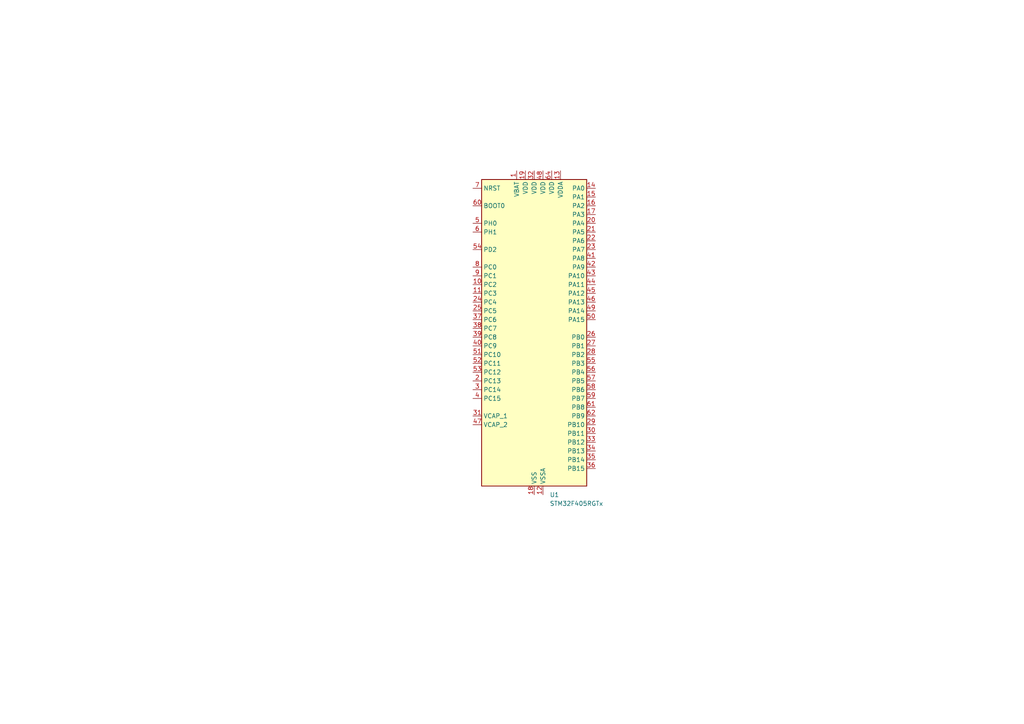
<source format=kicad_sch>
(kicad_sch (version 20230121) (generator eeschema)

  (uuid 2012adcd-2550-4959-bd3b-ca39f3ab7454)

  (paper "A4")

  (title_block
    (title "Stm32 test board")
    (date "2023-06-16")
    (rev "v01")
    (comment 2 "creativecommons.org/licenses/by/4.0/")
    (comment 3 "License: CC BY 4.0")
    (comment 4 "Author: Victor Petrillo")
  )

  (lib_symbols
    (symbol "MCU_ST_STM32F4:STM32F405RGTx" (in_bom yes) (on_board yes)
      (property "Reference" "U" (at -15.24 46.99 0)
        (effects (font (size 1.27 1.27)) (justify left))
      )
      (property "Value" "STM32F405RGTx" (at 10.16 46.99 0)
        (effects (font (size 1.27 1.27)) (justify left))
      )
      (property "Footprint" "Package_QFP:LQFP-64_10x10mm_P0.5mm" (at -15.24 -43.18 0)
        (effects (font (size 1.27 1.27)) (justify right) hide)
      )
      (property "Datasheet" "https://www.st.com/resource/en/datasheet/stm32f405rg.pdf" (at 0 0 0)
        (effects (font (size 1.27 1.27)) hide)
      )
      (property "ki_locked" "" (at 0 0 0)
        (effects (font (size 1.27 1.27)))
      )
      (property "ki_keywords" "Arm Cortex-M4 STM32F4 STM32F405/415" (at 0 0 0)
        (effects (font (size 1.27 1.27)) hide)
      )
      (property "ki_description" "STMicroelectronics Arm Cortex-M4 MCU, 1024KB flash, 192KB RAM, 168 MHz, 1.8-3.6V, 51 GPIO, LQFP64" (at 0 0 0)
        (effects (font (size 1.27 1.27)) hide)
      )
      (property "ki_fp_filters" "LQFP*10x10mm*P0.5mm*" (at 0 0 0)
        (effects (font (size 1.27 1.27)) hide)
      )
      (symbol "STM32F405RGTx_0_1"
        (rectangle (start -15.24 -43.18) (end 15.24 45.72)
          (stroke (width 0.254) (type default))
          (fill (type background))
        )
      )
      (symbol "STM32F405RGTx_1_1"
        (pin power_in line (at -5.08 48.26 270) (length 2.54)
          (name "VBAT" (effects (font (size 1.27 1.27))))
          (number "1" (effects (font (size 1.27 1.27))))
        )
        (pin bidirectional line (at -17.78 15.24 0) (length 2.54)
          (name "PC2" (effects (font (size 1.27 1.27))))
          (number "10" (effects (font (size 1.27 1.27))))
          (alternate "ADC1_IN12" bidirectional line)
          (alternate "ADC2_IN12" bidirectional line)
          (alternate "ADC3_IN12" bidirectional line)
          (alternate "I2S2_ext_SD" bidirectional line)
          (alternate "SPI2_MISO" bidirectional line)
          (alternate "USB_OTG_HS_ULPI_DIR" bidirectional line)
        )
        (pin bidirectional line (at -17.78 12.7 0) (length 2.54)
          (name "PC3" (effects (font (size 1.27 1.27))))
          (number "11" (effects (font (size 1.27 1.27))))
          (alternate "ADC1_IN13" bidirectional line)
          (alternate "ADC2_IN13" bidirectional line)
          (alternate "ADC3_IN13" bidirectional line)
          (alternate "I2S2_SD" bidirectional line)
          (alternate "SPI2_MOSI" bidirectional line)
          (alternate "USB_OTG_HS_ULPI_NXT" bidirectional line)
        )
        (pin power_in line (at 2.54 -45.72 90) (length 2.54)
          (name "VSSA" (effects (font (size 1.27 1.27))))
          (number "12" (effects (font (size 1.27 1.27))))
        )
        (pin power_in line (at 7.62 48.26 270) (length 2.54)
          (name "VDDA" (effects (font (size 1.27 1.27))))
          (number "13" (effects (font (size 1.27 1.27))))
        )
        (pin bidirectional line (at 17.78 43.18 180) (length 2.54)
          (name "PA0" (effects (font (size 1.27 1.27))))
          (number "14" (effects (font (size 1.27 1.27))))
          (alternate "ADC1_IN0" bidirectional line)
          (alternate "ADC2_IN0" bidirectional line)
          (alternate "ADC3_IN0" bidirectional line)
          (alternate "SYS_WKUP" bidirectional line)
          (alternate "TIM2_CH1" bidirectional line)
          (alternate "TIM2_ETR" bidirectional line)
          (alternate "TIM5_CH1" bidirectional line)
          (alternate "TIM8_ETR" bidirectional line)
          (alternate "UART4_TX" bidirectional line)
          (alternate "USART2_CTS" bidirectional line)
        )
        (pin bidirectional line (at 17.78 40.64 180) (length 2.54)
          (name "PA1" (effects (font (size 1.27 1.27))))
          (number "15" (effects (font (size 1.27 1.27))))
          (alternate "ADC1_IN1" bidirectional line)
          (alternate "ADC2_IN1" bidirectional line)
          (alternate "ADC3_IN1" bidirectional line)
          (alternate "TIM2_CH2" bidirectional line)
          (alternate "TIM5_CH2" bidirectional line)
          (alternate "UART4_RX" bidirectional line)
          (alternate "USART2_RTS" bidirectional line)
        )
        (pin bidirectional line (at 17.78 38.1 180) (length 2.54)
          (name "PA2" (effects (font (size 1.27 1.27))))
          (number "16" (effects (font (size 1.27 1.27))))
          (alternate "ADC1_IN2" bidirectional line)
          (alternate "ADC2_IN2" bidirectional line)
          (alternate "ADC3_IN2" bidirectional line)
          (alternate "TIM2_CH3" bidirectional line)
          (alternate "TIM5_CH3" bidirectional line)
          (alternate "TIM9_CH1" bidirectional line)
          (alternate "USART2_TX" bidirectional line)
        )
        (pin bidirectional line (at 17.78 35.56 180) (length 2.54)
          (name "PA3" (effects (font (size 1.27 1.27))))
          (number "17" (effects (font (size 1.27 1.27))))
          (alternate "ADC1_IN3" bidirectional line)
          (alternate "ADC2_IN3" bidirectional line)
          (alternate "ADC3_IN3" bidirectional line)
          (alternate "TIM2_CH4" bidirectional line)
          (alternate "TIM5_CH4" bidirectional line)
          (alternate "TIM9_CH2" bidirectional line)
          (alternate "USART2_RX" bidirectional line)
          (alternate "USB_OTG_HS_ULPI_D0" bidirectional line)
        )
        (pin power_in line (at 0 -45.72 90) (length 2.54)
          (name "VSS" (effects (font (size 1.27 1.27))))
          (number "18" (effects (font (size 1.27 1.27))))
        )
        (pin power_in line (at -2.54 48.26 270) (length 2.54)
          (name "VDD" (effects (font (size 1.27 1.27))))
          (number "19" (effects (font (size 1.27 1.27))))
        )
        (pin bidirectional line (at -17.78 -12.7 0) (length 2.54)
          (name "PC13" (effects (font (size 1.27 1.27))))
          (number "2" (effects (font (size 1.27 1.27))))
          (alternate "RTC_AF1" bidirectional line)
        )
        (pin bidirectional line (at 17.78 33.02 180) (length 2.54)
          (name "PA4" (effects (font (size 1.27 1.27))))
          (number "20" (effects (font (size 1.27 1.27))))
          (alternate "ADC1_IN4" bidirectional line)
          (alternate "ADC2_IN4" bidirectional line)
          (alternate "DAC_OUT1" bidirectional line)
          (alternate "I2S3_WS" bidirectional line)
          (alternate "SPI1_NSS" bidirectional line)
          (alternate "SPI3_NSS" bidirectional line)
          (alternate "USART2_CK" bidirectional line)
          (alternate "USB_OTG_HS_SOF" bidirectional line)
        )
        (pin bidirectional line (at 17.78 30.48 180) (length 2.54)
          (name "PA5" (effects (font (size 1.27 1.27))))
          (number "21" (effects (font (size 1.27 1.27))))
          (alternate "ADC1_IN5" bidirectional line)
          (alternate "ADC2_IN5" bidirectional line)
          (alternate "DAC_OUT2" bidirectional line)
          (alternate "SPI1_SCK" bidirectional line)
          (alternate "TIM2_CH1" bidirectional line)
          (alternate "TIM2_ETR" bidirectional line)
          (alternate "TIM8_CH1N" bidirectional line)
          (alternate "USB_OTG_HS_ULPI_CK" bidirectional line)
        )
        (pin bidirectional line (at 17.78 27.94 180) (length 2.54)
          (name "PA6" (effects (font (size 1.27 1.27))))
          (number "22" (effects (font (size 1.27 1.27))))
          (alternate "ADC1_IN6" bidirectional line)
          (alternate "ADC2_IN6" bidirectional line)
          (alternate "SPI1_MISO" bidirectional line)
          (alternate "TIM13_CH1" bidirectional line)
          (alternate "TIM1_BKIN" bidirectional line)
          (alternate "TIM3_CH1" bidirectional line)
          (alternate "TIM8_BKIN" bidirectional line)
        )
        (pin bidirectional line (at 17.78 25.4 180) (length 2.54)
          (name "PA7" (effects (font (size 1.27 1.27))))
          (number "23" (effects (font (size 1.27 1.27))))
          (alternate "ADC1_IN7" bidirectional line)
          (alternate "ADC2_IN7" bidirectional line)
          (alternate "SPI1_MOSI" bidirectional line)
          (alternate "TIM14_CH1" bidirectional line)
          (alternate "TIM1_CH1N" bidirectional line)
          (alternate "TIM3_CH2" bidirectional line)
          (alternate "TIM8_CH1N" bidirectional line)
        )
        (pin bidirectional line (at -17.78 10.16 0) (length 2.54)
          (name "PC4" (effects (font (size 1.27 1.27))))
          (number "24" (effects (font (size 1.27 1.27))))
          (alternate "ADC1_IN14" bidirectional line)
          (alternate "ADC2_IN14" bidirectional line)
        )
        (pin bidirectional line (at -17.78 7.62 0) (length 2.54)
          (name "PC5" (effects (font (size 1.27 1.27))))
          (number "25" (effects (font (size 1.27 1.27))))
          (alternate "ADC1_IN15" bidirectional line)
          (alternate "ADC2_IN15" bidirectional line)
        )
        (pin bidirectional line (at 17.78 0 180) (length 2.54)
          (name "PB0" (effects (font (size 1.27 1.27))))
          (number "26" (effects (font (size 1.27 1.27))))
          (alternate "ADC1_IN8" bidirectional line)
          (alternate "ADC2_IN8" bidirectional line)
          (alternate "TIM1_CH2N" bidirectional line)
          (alternate "TIM3_CH3" bidirectional line)
          (alternate "TIM8_CH2N" bidirectional line)
          (alternate "USB_OTG_HS_ULPI_D1" bidirectional line)
        )
        (pin bidirectional line (at 17.78 -2.54 180) (length 2.54)
          (name "PB1" (effects (font (size 1.27 1.27))))
          (number "27" (effects (font (size 1.27 1.27))))
          (alternate "ADC1_IN9" bidirectional line)
          (alternate "ADC2_IN9" bidirectional line)
          (alternate "TIM1_CH3N" bidirectional line)
          (alternate "TIM3_CH4" bidirectional line)
          (alternate "TIM8_CH3N" bidirectional line)
          (alternate "USB_OTG_HS_ULPI_D2" bidirectional line)
        )
        (pin bidirectional line (at 17.78 -5.08 180) (length 2.54)
          (name "PB2" (effects (font (size 1.27 1.27))))
          (number "28" (effects (font (size 1.27 1.27))))
        )
        (pin bidirectional line (at 17.78 -25.4 180) (length 2.54)
          (name "PB10" (effects (font (size 1.27 1.27))))
          (number "29" (effects (font (size 1.27 1.27))))
          (alternate "I2C2_SCL" bidirectional line)
          (alternate "I2S2_CK" bidirectional line)
          (alternate "SPI2_SCK" bidirectional line)
          (alternate "TIM2_CH3" bidirectional line)
          (alternate "USART3_TX" bidirectional line)
          (alternate "USB_OTG_HS_ULPI_D3" bidirectional line)
        )
        (pin bidirectional line (at -17.78 -15.24 0) (length 2.54)
          (name "PC14" (effects (font (size 1.27 1.27))))
          (number "3" (effects (font (size 1.27 1.27))))
          (alternate "RCC_OSC32_IN" bidirectional line)
        )
        (pin bidirectional line (at 17.78 -27.94 180) (length 2.54)
          (name "PB11" (effects (font (size 1.27 1.27))))
          (number "30" (effects (font (size 1.27 1.27))))
          (alternate "ADC1_EXTI11" bidirectional line)
          (alternate "ADC2_EXTI11" bidirectional line)
          (alternate "ADC3_EXTI11" bidirectional line)
          (alternate "I2C2_SDA" bidirectional line)
          (alternate "TIM2_CH4" bidirectional line)
          (alternate "USART3_RX" bidirectional line)
          (alternate "USB_OTG_HS_ULPI_D4" bidirectional line)
        )
        (pin power_out line (at -17.78 -22.86 0) (length 2.54)
          (name "VCAP_1" (effects (font (size 1.27 1.27))))
          (number "31" (effects (font (size 1.27 1.27))))
        )
        (pin power_in line (at 0 48.26 270) (length 2.54)
          (name "VDD" (effects (font (size 1.27 1.27))))
          (number "32" (effects (font (size 1.27 1.27))))
        )
        (pin bidirectional line (at 17.78 -30.48 180) (length 2.54)
          (name "PB12" (effects (font (size 1.27 1.27))))
          (number "33" (effects (font (size 1.27 1.27))))
          (alternate "CAN2_RX" bidirectional line)
          (alternate "I2C2_SMBA" bidirectional line)
          (alternate "I2S2_WS" bidirectional line)
          (alternate "SPI2_NSS" bidirectional line)
          (alternate "TIM1_BKIN" bidirectional line)
          (alternate "USART3_CK" bidirectional line)
          (alternate "USB_OTG_HS_ID" bidirectional line)
          (alternate "USB_OTG_HS_ULPI_D5" bidirectional line)
        )
        (pin bidirectional line (at 17.78 -33.02 180) (length 2.54)
          (name "PB13" (effects (font (size 1.27 1.27))))
          (number "34" (effects (font (size 1.27 1.27))))
          (alternate "CAN2_TX" bidirectional line)
          (alternate "I2S2_CK" bidirectional line)
          (alternate "SPI2_SCK" bidirectional line)
          (alternate "TIM1_CH1N" bidirectional line)
          (alternate "USART3_CTS" bidirectional line)
          (alternate "USB_OTG_HS_ULPI_D6" bidirectional line)
          (alternate "USB_OTG_HS_VBUS" bidirectional line)
        )
        (pin bidirectional line (at 17.78 -35.56 180) (length 2.54)
          (name "PB14" (effects (font (size 1.27 1.27))))
          (number "35" (effects (font (size 1.27 1.27))))
          (alternate "I2S2_ext_SD" bidirectional line)
          (alternate "SPI2_MISO" bidirectional line)
          (alternate "TIM12_CH1" bidirectional line)
          (alternate "TIM1_CH2N" bidirectional line)
          (alternate "TIM8_CH2N" bidirectional line)
          (alternate "USART3_RTS" bidirectional line)
          (alternate "USB_OTG_HS_DM" bidirectional line)
        )
        (pin bidirectional line (at 17.78 -38.1 180) (length 2.54)
          (name "PB15" (effects (font (size 1.27 1.27))))
          (number "36" (effects (font (size 1.27 1.27))))
          (alternate "ADC1_EXTI15" bidirectional line)
          (alternate "ADC2_EXTI15" bidirectional line)
          (alternate "ADC3_EXTI15" bidirectional line)
          (alternate "I2S2_SD" bidirectional line)
          (alternate "RTC_REFIN" bidirectional line)
          (alternate "SPI2_MOSI" bidirectional line)
          (alternate "TIM12_CH2" bidirectional line)
          (alternate "TIM1_CH3N" bidirectional line)
          (alternate "TIM8_CH3N" bidirectional line)
          (alternate "USB_OTG_HS_DP" bidirectional line)
        )
        (pin bidirectional line (at -17.78 5.08 0) (length 2.54)
          (name "PC6" (effects (font (size 1.27 1.27))))
          (number "37" (effects (font (size 1.27 1.27))))
          (alternate "I2S2_MCK" bidirectional line)
          (alternate "SDIO_D6" bidirectional line)
          (alternate "TIM3_CH1" bidirectional line)
          (alternate "TIM8_CH1" bidirectional line)
          (alternate "USART6_TX" bidirectional line)
        )
        (pin bidirectional line (at -17.78 2.54 0) (length 2.54)
          (name "PC7" (effects (font (size 1.27 1.27))))
          (number "38" (effects (font (size 1.27 1.27))))
          (alternate "I2S3_MCK" bidirectional line)
          (alternate "SDIO_D7" bidirectional line)
          (alternate "TIM3_CH2" bidirectional line)
          (alternate "TIM8_CH2" bidirectional line)
          (alternate "USART6_RX" bidirectional line)
        )
        (pin bidirectional line (at -17.78 0 0) (length 2.54)
          (name "PC8" (effects (font (size 1.27 1.27))))
          (number "39" (effects (font (size 1.27 1.27))))
          (alternate "SDIO_D0" bidirectional line)
          (alternate "TIM3_CH3" bidirectional line)
          (alternate "TIM8_CH3" bidirectional line)
          (alternate "USART6_CK" bidirectional line)
        )
        (pin bidirectional line (at -17.78 -17.78 0) (length 2.54)
          (name "PC15" (effects (font (size 1.27 1.27))))
          (number "4" (effects (font (size 1.27 1.27))))
          (alternate "ADC1_EXTI15" bidirectional line)
          (alternate "ADC2_EXTI15" bidirectional line)
          (alternate "ADC3_EXTI15" bidirectional line)
          (alternate "RCC_OSC32_OUT" bidirectional line)
        )
        (pin bidirectional line (at -17.78 -2.54 0) (length 2.54)
          (name "PC9" (effects (font (size 1.27 1.27))))
          (number "40" (effects (font (size 1.27 1.27))))
          (alternate "DAC_EXTI9" bidirectional line)
          (alternate "I2C3_SDA" bidirectional line)
          (alternate "I2S_CKIN" bidirectional line)
          (alternate "RCC_MCO_2" bidirectional line)
          (alternate "SDIO_D1" bidirectional line)
          (alternate "TIM3_CH4" bidirectional line)
          (alternate "TIM8_CH4" bidirectional line)
        )
        (pin bidirectional line (at 17.78 22.86 180) (length 2.54)
          (name "PA8" (effects (font (size 1.27 1.27))))
          (number "41" (effects (font (size 1.27 1.27))))
          (alternate "I2C3_SCL" bidirectional line)
          (alternate "RCC_MCO_1" bidirectional line)
          (alternate "TIM1_CH1" bidirectional line)
          (alternate "USART1_CK" bidirectional line)
          (alternate "USB_OTG_FS_SOF" bidirectional line)
        )
        (pin bidirectional line (at 17.78 20.32 180) (length 2.54)
          (name "PA9" (effects (font (size 1.27 1.27))))
          (number "42" (effects (font (size 1.27 1.27))))
          (alternate "DAC_EXTI9" bidirectional line)
          (alternate "I2C3_SMBA" bidirectional line)
          (alternate "TIM1_CH2" bidirectional line)
          (alternate "USART1_TX" bidirectional line)
          (alternate "USB_OTG_FS_VBUS" bidirectional line)
        )
        (pin bidirectional line (at 17.78 17.78 180) (length 2.54)
          (name "PA10" (effects (font (size 1.27 1.27))))
          (number "43" (effects (font (size 1.27 1.27))))
          (alternate "TIM1_CH3" bidirectional line)
          (alternate "USART1_RX" bidirectional line)
          (alternate "USB_OTG_FS_ID" bidirectional line)
        )
        (pin bidirectional line (at 17.78 15.24 180) (length 2.54)
          (name "PA11" (effects (font (size 1.27 1.27))))
          (number "44" (effects (font (size 1.27 1.27))))
          (alternate "ADC1_EXTI11" bidirectional line)
          (alternate "ADC2_EXTI11" bidirectional line)
          (alternate "ADC3_EXTI11" bidirectional line)
          (alternate "CAN1_RX" bidirectional line)
          (alternate "TIM1_CH4" bidirectional line)
          (alternate "USART1_CTS" bidirectional line)
          (alternate "USB_OTG_FS_DM" bidirectional line)
        )
        (pin bidirectional line (at 17.78 12.7 180) (length 2.54)
          (name "PA12" (effects (font (size 1.27 1.27))))
          (number "45" (effects (font (size 1.27 1.27))))
          (alternate "CAN1_TX" bidirectional line)
          (alternate "TIM1_ETR" bidirectional line)
          (alternate "USART1_RTS" bidirectional line)
          (alternate "USB_OTG_FS_DP" bidirectional line)
        )
        (pin bidirectional line (at 17.78 10.16 180) (length 2.54)
          (name "PA13" (effects (font (size 1.27 1.27))))
          (number "46" (effects (font (size 1.27 1.27))))
          (alternate "SYS_JTMS-SWDIO" bidirectional line)
        )
        (pin power_out line (at -17.78 -25.4 0) (length 2.54)
          (name "VCAP_2" (effects (font (size 1.27 1.27))))
          (number "47" (effects (font (size 1.27 1.27))))
        )
        (pin power_in line (at 2.54 48.26 270) (length 2.54)
          (name "VDD" (effects (font (size 1.27 1.27))))
          (number "48" (effects (font (size 1.27 1.27))))
        )
        (pin bidirectional line (at 17.78 7.62 180) (length 2.54)
          (name "PA14" (effects (font (size 1.27 1.27))))
          (number "49" (effects (font (size 1.27 1.27))))
          (alternate "SYS_JTCK-SWCLK" bidirectional line)
        )
        (pin bidirectional line (at -17.78 33.02 0) (length 2.54)
          (name "PH0" (effects (font (size 1.27 1.27))))
          (number "5" (effects (font (size 1.27 1.27))))
          (alternate "RCC_OSC_IN" bidirectional line)
        )
        (pin bidirectional line (at 17.78 5.08 180) (length 2.54)
          (name "PA15" (effects (font (size 1.27 1.27))))
          (number "50" (effects (font (size 1.27 1.27))))
          (alternate "ADC1_EXTI15" bidirectional line)
          (alternate "ADC2_EXTI15" bidirectional line)
          (alternate "ADC3_EXTI15" bidirectional line)
          (alternate "I2S3_WS" bidirectional line)
          (alternate "SPI1_NSS" bidirectional line)
          (alternate "SPI3_NSS" bidirectional line)
          (alternate "SYS_JTDI" bidirectional line)
          (alternate "TIM2_CH1" bidirectional line)
          (alternate "TIM2_ETR" bidirectional line)
        )
        (pin bidirectional line (at -17.78 -5.08 0) (length 2.54)
          (name "PC10" (effects (font (size 1.27 1.27))))
          (number "51" (effects (font (size 1.27 1.27))))
          (alternate "I2S3_CK" bidirectional line)
          (alternate "SDIO_D2" bidirectional line)
          (alternate "SPI3_SCK" bidirectional line)
          (alternate "UART4_TX" bidirectional line)
          (alternate "USART3_TX" bidirectional line)
        )
        (pin bidirectional line (at -17.78 -7.62 0) (length 2.54)
          (name "PC11" (effects (font (size 1.27 1.27))))
          (number "52" (effects (font (size 1.27 1.27))))
          (alternate "ADC1_EXTI11" bidirectional line)
          (alternate "ADC2_EXTI11" bidirectional line)
          (alternate "ADC3_EXTI11" bidirectional line)
          (alternate "I2S3_ext_SD" bidirectional line)
          (alternate "SDIO_D3" bidirectional line)
          (alternate "SPI3_MISO" bidirectional line)
          (alternate "UART4_RX" bidirectional line)
          (alternate "USART3_RX" bidirectional line)
        )
        (pin bidirectional line (at -17.78 -10.16 0) (length 2.54)
          (name "PC12" (effects (font (size 1.27 1.27))))
          (number "53" (effects (font (size 1.27 1.27))))
          (alternate "I2S3_SD" bidirectional line)
          (alternate "SDIO_CK" bidirectional line)
          (alternate "SPI3_MOSI" bidirectional line)
          (alternate "UART5_TX" bidirectional line)
          (alternate "USART3_CK" bidirectional line)
        )
        (pin bidirectional line (at -17.78 25.4 0) (length 2.54)
          (name "PD2" (effects (font (size 1.27 1.27))))
          (number "54" (effects (font (size 1.27 1.27))))
          (alternate "SDIO_CMD" bidirectional line)
          (alternate "TIM3_ETR" bidirectional line)
          (alternate "UART5_RX" bidirectional line)
        )
        (pin bidirectional line (at 17.78 -7.62 180) (length 2.54)
          (name "PB3" (effects (font (size 1.27 1.27))))
          (number "55" (effects (font (size 1.27 1.27))))
          (alternate "I2S3_CK" bidirectional line)
          (alternate "SPI1_SCK" bidirectional line)
          (alternate "SPI3_SCK" bidirectional line)
          (alternate "SYS_JTDO-SWO" bidirectional line)
          (alternate "TIM2_CH2" bidirectional line)
        )
        (pin bidirectional line (at 17.78 -10.16 180) (length 2.54)
          (name "PB4" (effects (font (size 1.27 1.27))))
          (number "56" (effects (font (size 1.27 1.27))))
          (alternate "I2S3_ext_SD" bidirectional line)
          (alternate "SPI1_MISO" bidirectional line)
          (alternate "SPI3_MISO" bidirectional line)
          (alternate "SYS_JTRST" bidirectional line)
          (alternate "TIM3_CH1" bidirectional line)
        )
        (pin bidirectional line (at 17.78 -12.7 180) (length 2.54)
          (name "PB5" (effects (font (size 1.27 1.27))))
          (number "57" (effects (font (size 1.27 1.27))))
          (alternate "CAN2_RX" bidirectional line)
          (alternate "I2C1_SMBA" bidirectional line)
          (alternate "I2S3_SD" bidirectional line)
          (alternate "SPI1_MOSI" bidirectional line)
          (alternate "SPI3_MOSI" bidirectional line)
          (alternate "TIM3_CH2" bidirectional line)
          (alternate "USB_OTG_HS_ULPI_D7" bidirectional line)
        )
        (pin bidirectional line (at 17.78 -15.24 180) (length 2.54)
          (name "PB6" (effects (font (size 1.27 1.27))))
          (number "58" (effects (font (size 1.27 1.27))))
          (alternate "CAN2_TX" bidirectional line)
          (alternate "I2C1_SCL" bidirectional line)
          (alternate "TIM4_CH1" bidirectional line)
          (alternate "USART1_TX" bidirectional line)
        )
        (pin bidirectional line (at 17.78 -17.78 180) (length 2.54)
          (name "PB7" (effects (font (size 1.27 1.27))))
          (number "59" (effects (font (size 1.27 1.27))))
          (alternate "I2C1_SDA" bidirectional line)
          (alternate "TIM4_CH2" bidirectional line)
          (alternate "USART1_RX" bidirectional line)
        )
        (pin bidirectional line (at -17.78 30.48 0) (length 2.54)
          (name "PH1" (effects (font (size 1.27 1.27))))
          (number "6" (effects (font (size 1.27 1.27))))
          (alternate "RCC_OSC_OUT" bidirectional line)
        )
        (pin input line (at -17.78 38.1 0) (length 2.54)
          (name "BOOT0" (effects (font (size 1.27 1.27))))
          (number "60" (effects (font (size 1.27 1.27))))
        )
        (pin bidirectional line (at 17.78 -20.32 180) (length 2.54)
          (name "PB8" (effects (font (size 1.27 1.27))))
          (number "61" (effects (font (size 1.27 1.27))))
          (alternate "CAN1_RX" bidirectional line)
          (alternate "I2C1_SCL" bidirectional line)
          (alternate "SDIO_D4" bidirectional line)
          (alternate "TIM10_CH1" bidirectional line)
          (alternate "TIM4_CH3" bidirectional line)
        )
        (pin bidirectional line (at 17.78 -22.86 180) (length 2.54)
          (name "PB9" (effects (font (size 1.27 1.27))))
          (number "62" (effects (font (size 1.27 1.27))))
          (alternate "CAN1_TX" bidirectional line)
          (alternate "DAC_EXTI9" bidirectional line)
          (alternate "I2C1_SDA" bidirectional line)
          (alternate "I2S2_WS" bidirectional line)
          (alternate "SDIO_D5" bidirectional line)
          (alternate "SPI2_NSS" bidirectional line)
          (alternate "TIM11_CH1" bidirectional line)
          (alternate "TIM4_CH4" bidirectional line)
        )
        (pin passive line (at 0 -45.72 90) (length 2.54) hide
          (name "VSS" (effects (font (size 1.27 1.27))))
          (number "63" (effects (font (size 1.27 1.27))))
        )
        (pin power_in line (at 5.08 48.26 270) (length 2.54)
          (name "VDD" (effects (font (size 1.27 1.27))))
          (number "64" (effects (font (size 1.27 1.27))))
        )
        (pin input line (at -17.78 43.18 0) (length 2.54)
          (name "NRST" (effects (font (size 1.27 1.27))))
          (number "7" (effects (font (size 1.27 1.27))))
        )
        (pin bidirectional line (at -17.78 20.32 0) (length 2.54)
          (name "PC0" (effects (font (size 1.27 1.27))))
          (number "8" (effects (font (size 1.27 1.27))))
          (alternate "ADC1_IN10" bidirectional line)
          (alternate "ADC2_IN10" bidirectional line)
          (alternate "ADC3_IN10" bidirectional line)
          (alternate "USB_OTG_HS_ULPI_STP" bidirectional line)
        )
        (pin bidirectional line (at -17.78 17.78 0) (length 2.54)
          (name "PC1" (effects (font (size 1.27 1.27))))
          (number "9" (effects (font (size 1.27 1.27))))
          (alternate "ADC1_IN11" bidirectional line)
          (alternate "ADC2_IN11" bidirectional line)
          (alternate "ADC3_IN11" bidirectional line)
        )
      )
    )
  )


  (symbol (lib_id "MCU_ST_STM32F4:STM32F405RGTx") (at 154.94 97.79 0) (unit 1)
    (in_bom yes) (on_board yes) (dnp no) (fields_autoplaced)
    (uuid 228b36db-aab4-4f05-a042-c5e23fca70e5)
    (property "Reference" "U1" (at 159.4359 143.51 0)
      (effects (font (size 1.27 1.27)) (justify left))
    )
    (property "Value" "STM32F405RGTx" (at 159.4359 146.05 0)
      (effects (font (size 1.27 1.27)) (justify left))
    )
    (property "Footprint" "Package_QFP:LQFP-64_10x10mm_P0.5mm" (at 139.7 140.97 0)
      (effects (font (size 1.27 1.27)) (justify right) hide)
    )
    (property "Datasheet" "https://www.st.com/resource/en/datasheet/stm32f405rg.pdf" (at 154.94 97.79 0)
      (effects (font (size 1.27 1.27)) hide)
    )
    (pin "1" (uuid f4d5bf1e-0de5-4fc1-b44c-78d6328efc7a))
    (pin "10" (uuid 523e89fb-1211-44fd-8f69-6b5bb572c080))
    (pin "11" (uuid 7f41c229-e333-467f-8f64-f6de8b2680fb))
    (pin "12" (uuid ddd364e7-0d74-4961-8d97-269f4505a0e3))
    (pin "13" (uuid 5d86cf7b-3e5e-40e2-b856-6f747386c687))
    (pin "14" (uuid 779523f9-2300-422a-a7b8-d36975dfe728))
    (pin "15" (uuid 607ab180-1719-4c7d-b813-8b17c8b47046))
    (pin "16" (uuid 769b224e-8f87-4dcd-b175-76b51ed8b814))
    (pin "17" (uuid 83cfa383-0775-4c59-b65b-4b870d551b9e))
    (pin "18" (uuid 8a2e5726-7410-4d7f-b6fd-6d3425ec3d86))
    (pin "19" (uuid 797dcbe5-3293-4856-809a-3b760cd965bb))
    (pin "2" (uuid 99b41a41-da46-45f4-b894-6d0879a436c6))
    (pin "20" (uuid ac0b220e-6a0c-4c05-8414-0d13b9f65500))
    (pin "21" (uuid 74d54404-1be3-4337-9ded-7931ed11dc06))
    (pin "22" (uuid 09efbb12-4939-4b3b-9d85-a0cfcbdf4fbe))
    (pin "23" (uuid f0b8bcfc-450b-44b7-b234-2f4bb2c0b24b))
    (pin "24" (uuid b182f602-c42a-4e2f-b89b-41d24e5b6f6a))
    (pin "25" (uuid d35a63c5-1ab6-4b39-a448-4dc5ceeb6eea))
    (pin "26" (uuid 89204f6c-b9b8-4886-ab59-5c7840c6e286))
    (pin "27" (uuid b581b0d4-549e-4a34-b78d-a3d29473a4e9))
    (pin "28" (uuid 763be0cd-e05b-4bde-8e58-028156118daf))
    (pin "29" (uuid 318360ea-c421-480a-83fb-25836bbcba68))
    (pin "3" (uuid b07c84d9-0068-41da-ac57-62004cab80d7))
    (pin "30" (uuid a4b46b05-2a4b-48b0-84f6-4cea44206911))
    (pin "31" (uuid 4b875439-db6b-4dfb-a015-25e86e898dbd))
    (pin "32" (uuid 0eea44fe-d3c0-4489-ac92-1e4cb14fbbcf))
    (pin "33" (uuid 0a1f71bf-02eb-4c1d-a93d-940db8aa8a52))
    (pin "34" (uuid 89cd035c-e2d8-49c2-95ae-aec16b5468cf))
    (pin "35" (uuid 29d6ddba-002a-4777-90e4-114593a441f0))
    (pin "36" (uuid 71023991-6448-4db3-98d3-6a73bce15226))
    (pin "37" (uuid 566fc2c2-4921-4c84-9edd-a4d898c3b238))
    (pin "38" (uuid a08b8ede-4d6a-4e0e-bcd3-894b78adf5d3))
    (pin "39" (uuid a2e4362f-aa85-4bdf-b62c-e45a9c153ce2))
    (pin "4" (uuid e810c510-909e-4008-84d3-1abcfa5eadf2))
    (pin "40" (uuid d48875aa-d24f-4661-ad5e-a7eab2a1b15b))
    (pin "41" (uuid a8332901-e0d9-45bc-b9a4-a54d028604f7))
    (pin "42" (uuid 5b6e8093-2c00-4717-9790-7e6299218f0f))
    (pin "43" (uuid 2413eae3-dd7e-409d-b8db-25b93555ddb3))
    (pin "44" (uuid 3f224dc6-61d0-4a33-bf91-4e789685e8b3))
    (pin "45" (uuid 4a1d3255-dd20-483b-84de-5ec275a49ba6))
    (pin "46" (uuid c6442fb1-03ac-471d-8857-4b91d99200ae))
    (pin "47" (uuid 5e4b0614-37a3-4ac9-83c9-1c363cfc7c39))
    (pin "48" (uuid eca54334-ec81-4d71-9148-dae7c71c9bc8))
    (pin "49" (uuid 9d8e58fe-db13-42f9-a0d1-990e0602489c))
    (pin "5" (uuid 4b9d044c-9f08-4b73-8a63-fabb6efd5cdd))
    (pin "50" (uuid aff30c59-af47-4512-8dc8-dc1041eac7ca))
    (pin "51" (uuid a5a0a33f-6f5e-47b8-8ac0-20bbd3056a8a))
    (pin "52" (uuid d9c5c862-ec88-4765-9cda-5a2cbf65d79d))
    (pin "53" (uuid ca6eb1f2-e560-4941-836e-f84f45f425be))
    (pin "54" (uuid 11054d16-dc09-4f5c-adf7-89009a5759be))
    (pin "55" (uuid cbcf3738-ec2e-4503-9c85-4b3bcf24e3c8))
    (pin "56" (uuid 0ce38378-12d2-4ed0-a75e-31a820aaec52))
    (pin "57" (uuid c4aa36ec-fa34-4dfc-b2d5-880a6afead0a))
    (pin "58" (uuid 4bdc955a-cbb7-44e3-8fb1-f7307b20d621))
    (pin "59" (uuid 8f6a38a4-05bd-4e36-a9d4-6a6777f12f11))
    (pin "6" (uuid fc29509f-d5ad-465a-818a-7c2e6585355b))
    (pin "60" (uuid 14bbcad7-514c-499d-8f1c-015fe87a7b1e))
    (pin "61" (uuid 7d236114-e4fc-4980-b9be-450fa53a0e66))
    (pin "62" (uuid d42f5141-e260-4108-8a4d-0e46e9103311))
    (pin "63" (uuid 4ad5f056-1b9a-47c7-9500-b0229899d492))
    (pin "64" (uuid be703d1c-2d61-43d5-8cf1-8e32a18b6d65))
    (pin "7" (uuid 1fa35bed-66ed-4f20-bf69-8db0ef60a13f))
    (pin "8" (uuid 3d928be4-7dd1-485f-b202-60df441dd025))
    (pin "9" (uuid 3784c9ce-1724-473a-8c10-975e4586329c))
    (instances
      (project "Stm32-Dev"
        (path "/2012adcd-2550-4959-bd3b-ca39f3ab7454"
          (reference "U1") (unit 1)
        )
      )
    )
  )

  (sheet_instances
    (path "/" (page "1"))
  )
)

</source>
